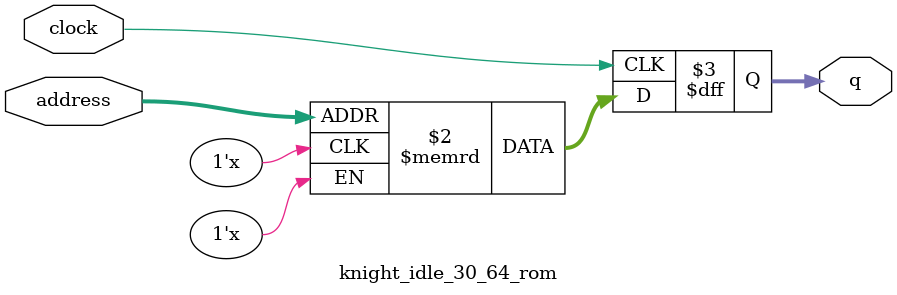
<source format=sv>
module knight_idle_30_64_rom (
	input logic clock,
	input logic [10:0] address,
	output logic [2:0] q
);

logic [2:0] memory [0:1919] /* synthesis ram_init_file = "./knight_idle_30_64/knight_idle_30_64.mif" */;

always_ff @ (posedge clock) begin
	q <= memory[address];
end

endmodule

</source>
